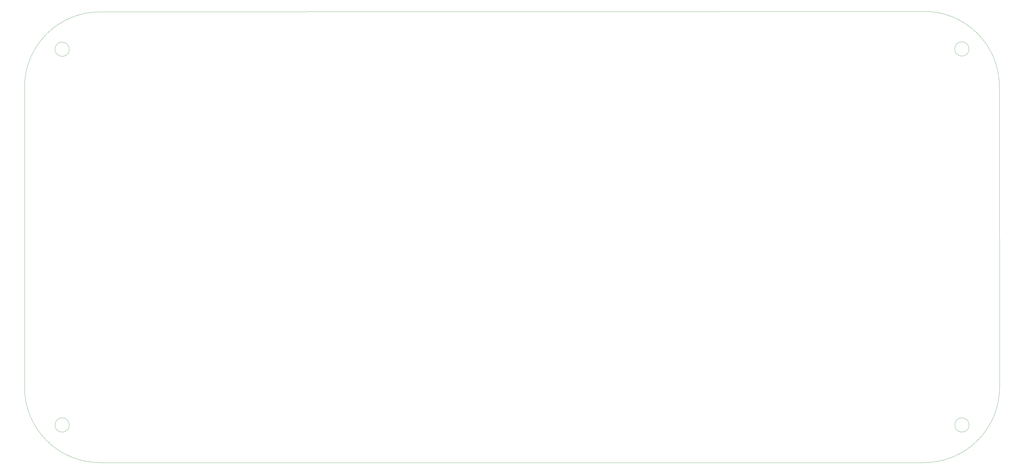
<source format=gbr>
%TF.GenerationSoftware,KiCad,Pcbnew,7.0.7*%
%TF.CreationDate,2023-09-23T02:00:49+02:00*%
%TF.ProjectId,ws2812-clock,77733238-3132-42d6-936c-6f636b2e6b69,rev?*%
%TF.SameCoordinates,Original*%
%TF.FileFunction,Profile,NP*%
%FSLAX46Y46*%
G04 Gerber Fmt 4.6, Leading zero omitted, Abs format (unit mm)*
G04 Created by KiCad (PCBNEW 7.0.7) date 2023-09-23 02:00:49*
%MOMM*%
%LPD*%
G01*
G04 APERTURE LIST*
%TA.AperFunction,Profile*%
%ADD10C,0.100000*%
%TD*%
G04 APERTURE END LIST*
D10*
X355910000Y-62210000D02*
G75*
G03*
X355910000Y-62210000I-2500000J0D01*
G01*
X40600000Y-194250000D02*
G75*
G03*
X40600000Y-194250000I-2500000J0D01*
G01*
X340250000Y-207450000D02*
G75*
G03*
X366650000Y-181050000I0J26400000D01*
G01*
X24900000Y-181050000D02*
G75*
G03*
X51300000Y-207450000I26400000J0D01*
G01*
X340250000Y-207450000D02*
X51300000Y-207450000D01*
X40580000Y-62300000D02*
G75*
G03*
X40580000Y-62300000I-2500000J0D01*
G01*
X355950000Y-194250000D02*
G75*
G03*
X355950000Y-194250000I-2500000J0D01*
G01*
X366600000Y-75400000D02*
G75*
G03*
X340200000Y-49000000I-26400000J0D01*
G01*
X366600000Y-75400000D02*
X366650000Y-181050000D01*
X51300000Y-49200000D02*
G75*
G03*
X24900000Y-75600000I0J-26400000D01*
G01*
X51300000Y-49200000D02*
X340200000Y-49000000D01*
X24900000Y-181050000D02*
X24900000Y-75600000D01*
M02*

</source>
